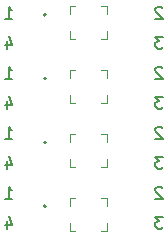
<source format=gbr>
%TF.GenerationSoftware,KiCad,Pcbnew,(6.0.2)*%
%TF.CreationDate,2022-03-22T07:25:02-04:00*%
%TF.ProjectId,Panel_Design_1,50616e65-6c5f-4446-9573-69676e5f312e,rev?*%
%TF.SameCoordinates,Original*%
%TF.FileFunction,Legend,Bot*%
%TF.FilePolarity,Positive*%
%FSLAX46Y46*%
G04 Gerber Fmt 4.6, Leading zero omitted, Abs format (unit mm)*
G04 Created by KiCad (PCBNEW (6.0.2)) date 2022-03-22 07:25:02*
%MOMM*%
%LPD*%
G01*
G04 APERTURE LIST*
%ADD10C,0.150000*%
%ADD11C,0.100000*%
%ADD12C,0.200000*%
G04 APERTURE END LIST*
D10*
X139873334Y-62882381D02*
X139254286Y-62882381D01*
X139587620Y-63263334D01*
X139444762Y-63263334D01*
X139349524Y-63310953D01*
X139301905Y-63358572D01*
X139254286Y-63453810D01*
X139254286Y-63691905D01*
X139301905Y-63787143D01*
X139349524Y-63834762D01*
X139444762Y-63882381D01*
X139730477Y-63882381D01*
X139825715Y-63834762D01*
X139873334Y-63787143D01*
X126554286Y-66422381D02*
X127125715Y-66422381D01*
X126840001Y-66422381D02*
X126840001Y-65422381D01*
X126935239Y-65565239D01*
X127030477Y-65660477D01*
X127125715Y-65708096D01*
X139873334Y-57802381D02*
X139254286Y-57802381D01*
X139587620Y-58183334D01*
X139444762Y-58183334D01*
X139349524Y-58230953D01*
X139301905Y-58278572D01*
X139254286Y-58373810D01*
X139254286Y-58611905D01*
X139301905Y-58707143D01*
X139349524Y-58754762D01*
X139444762Y-58802381D01*
X139730477Y-58802381D01*
X139825715Y-58754762D01*
X139873334Y-58707143D01*
X139825715Y-55357620D02*
X139778096Y-55310001D01*
X139682858Y-55262381D01*
X139444762Y-55262381D01*
X139349524Y-55310001D01*
X139301905Y-55357620D01*
X139254286Y-55452858D01*
X139254286Y-55548096D01*
X139301905Y-55690953D01*
X139873334Y-56262381D01*
X139254286Y-56262381D01*
X139873334Y-73042381D02*
X139254286Y-73042381D01*
X139587620Y-73423334D01*
X139444762Y-73423334D01*
X139349524Y-73470953D01*
X139301905Y-73518572D01*
X139254286Y-73613810D01*
X139254286Y-73851905D01*
X139301905Y-73947143D01*
X139349524Y-73994762D01*
X139444762Y-74042381D01*
X139730477Y-74042381D01*
X139825715Y-73994762D01*
X139873334Y-73947143D01*
X126554286Y-71502381D02*
X127125715Y-71502381D01*
X126840001Y-71502381D02*
X126840001Y-70502381D01*
X126935239Y-70645239D01*
X127030477Y-70740477D01*
X127125715Y-70788096D01*
X126649524Y-58135715D02*
X126649524Y-58802381D01*
X126887620Y-57754762D02*
X127125715Y-58469048D01*
X126506667Y-58469048D01*
X139825715Y-70597620D02*
X139778096Y-70550001D01*
X139682858Y-70502381D01*
X139444762Y-70502381D01*
X139349524Y-70550001D01*
X139301905Y-70597620D01*
X139254286Y-70692858D01*
X139254286Y-70788096D01*
X139301905Y-70930953D01*
X139873334Y-71502381D01*
X139254286Y-71502381D01*
X139825715Y-60437620D02*
X139778096Y-60390001D01*
X139682858Y-60342381D01*
X139444762Y-60342381D01*
X139349524Y-60390001D01*
X139301905Y-60437620D01*
X139254286Y-60532858D01*
X139254286Y-60628096D01*
X139301905Y-60770953D01*
X139873334Y-61342381D01*
X139254286Y-61342381D01*
X126554286Y-61342381D02*
X127125715Y-61342381D01*
X126840001Y-61342381D02*
X126840001Y-60342381D01*
X126935239Y-60485239D01*
X127030477Y-60580477D01*
X127125715Y-60628096D01*
X126649524Y-68295715D02*
X126649524Y-68962381D01*
X126887620Y-67914762D02*
X127125715Y-68629048D01*
X126506667Y-68629048D01*
X126554286Y-56262381D02*
X127125715Y-56262381D01*
X126840001Y-56262381D02*
X126840001Y-55262381D01*
X126935239Y-55405239D01*
X127030477Y-55500477D01*
X127125715Y-55548096D01*
X126649524Y-63215715D02*
X126649524Y-63882381D01*
X126887620Y-62834762D02*
X127125715Y-63549048D01*
X126506667Y-63549048D01*
X139873334Y-67962381D02*
X139254286Y-67962381D01*
X139587620Y-68343334D01*
X139444762Y-68343334D01*
X139349524Y-68390953D01*
X139301905Y-68438572D01*
X139254286Y-68533810D01*
X139254286Y-68771905D01*
X139301905Y-68867143D01*
X139349524Y-68914762D01*
X139444762Y-68962381D01*
X139730477Y-68962381D01*
X139825715Y-68914762D01*
X139873334Y-68867143D01*
X139825715Y-65517620D02*
X139778096Y-65470001D01*
X139682858Y-65422381D01*
X139444762Y-65422381D01*
X139349524Y-65470001D01*
X139301905Y-65517620D01*
X139254286Y-65612858D01*
X139254286Y-65708096D01*
X139301905Y-65850953D01*
X139873334Y-66422381D01*
X139254286Y-66422381D01*
X126649524Y-73375715D02*
X126649524Y-74042381D01*
X126887620Y-72994762D02*
X127125715Y-73709048D01*
X126506667Y-73709048D01*
D11*
%TO.C,RGB3*%
X135180001Y-66030001D02*
X135180001Y-66705001D01*
X135180001Y-68830001D02*
X134680001Y-68830001D01*
X131980001Y-68830001D02*
X131980001Y-68155001D01*
X131980001Y-66030001D02*
X131980001Y-66705001D01*
X134680001Y-66030001D02*
X135180001Y-66030001D01*
X132480001Y-68830001D02*
X131980001Y-68830001D01*
X135180001Y-68155001D02*
X135180001Y-68830001D01*
X132480001Y-66030001D02*
X131980001Y-66030001D01*
D12*
X129890001Y-66650001D02*
G75*
G03*
X129890001Y-66850001I0J-100000D01*
G01*
X129890001Y-66850001D02*
G75*
G03*
X129890001Y-66650001I0J100000D01*
G01*
D11*
%TO.C,RGB4*%
X132480001Y-71430001D02*
X131980001Y-71430001D01*
X135180001Y-71430001D02*
X135180001Y-72105001D01*
X134680001Y-71430001D02*
X135180001Y-71430001D01*
X135180001Y-73555001D02*
X135180001Y-74230001D01*
X131980001Y-74230001D02*
X131980001Y-73555001D01*
X131980001Y-71430001D02*
X131980001Y-72105001D01*
X135180001Y-74230001D02*
X134680001Y-74230001D01*
X132480001Y-74230001D02*
X131980001Y-74230001D01*
D12*
X129890001Y-72250001D02*
G75*
G03*
X129890001Y-72050001I0J100000D01*
G01*
X129890001Y-72050001D02*
G75*
G03*
X129890001Y-72250001I0J-100000D01*
G01*
D11*
%TO.C,RGB1*%
X135180001Y-55230001D02*
X135180001Y-55905001D01*
X132480001Y-55230001D02*
X131980001Y-55230001D01*
X135180001Y-58030001D02*
X134680001Y-58030001D01*
X134680001Y-55230001D02*
X135180001Y-55230001D01*
X131980001Y-58030001D02*
X131980001Y-57355001D01*
X132480001Y-58030001D02*
X131980001Y-58030001D01*
X131980001Y-55230001D02*
X131980001Y-55905001D01*
X135180001Y-57355001D02*
X135180001Y-58030001D01*
D12*
X129890001Y-56050001D02*
G75*
G03*
X129890001Y-55850001I0J100000D01*
G01*
X129890001Y-55850001D02*
G75*
G03*
X129890001Y-56050001I0J-100000D01*
G01*
D11*
%TO.C,RGB2*%
X132480001Y-60630001D02*
X131980001Y-60630001D01*
X135180001Y-62755001D02*
X135180001Y-63430001D01*
X131980001Y-63430001D02*
X131980001Y-62755001D01*
X131980001Y-60630001D02*
X131980001Y-61305001D01*
X135180001Y-63430001D02*
X134680001Y-63430001D01*
X132480001Y-63430001D02*
X131980001Y-63430001D01*
X135180001Y-60630001D02*
X135180001Y-61305001D01*
X134680001Y-60630001D02*
X135180001Y-60630001D01*
D12*
X129890001Y-61250001D02*
G75*
G03*
X129890001Y-61450001I0J-100000D01*
G01*
X129890001Y-61450001D02*
G75*
G03*
X129890001Y-61250001I0J100000D01*
G01*
%TD*%
M02*

</source>
